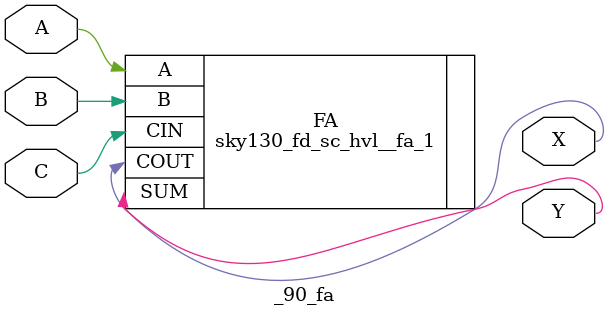
<source format=v>
`define FA_CELL         sky130_fd_sc_hvl__fa_1 

(* techmap_celltype = "$fa" *)
module _90_fa (A, B, C, X, Y);
	parameter WIDTH = 1;

	(* force_downto *)
	input [WIDTH-1:0] A, B, C;
	(* force_downto *)
	output [WIDTH-1:0] X, Y;

	(* force_downto *)
	wire [WIDTH-1:0] t1, t2, t3;

    wire _TECHMAP_FAIL_ = WIDTH > 1;

    `FA_CELL FA ( .COUT(X), .CIN(C), .A(A), .B(B), .SUM(Y) );

endmodule

</source>
